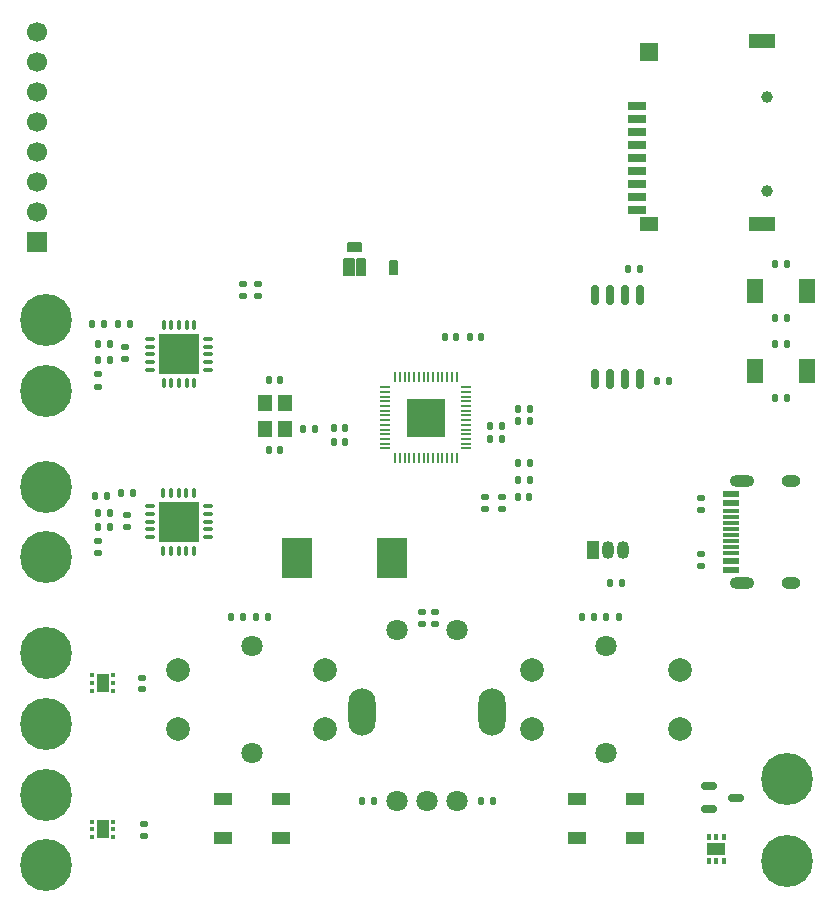
<source format=gbr>
%TF.GenerationSoftware,KiCad,Pcbnew,9.0.6*%
%TF.CreationDate,2026-01-04T04:22:01+01:00*%
%TF.ProjectId,MTR_Reflow_Oven,4d54525f-5265-4666-9c6f-775f4f76656e,rev?*%
%TF.SameCoordinates,Original*%
%TF.FileFunction,Soldermask,Top*%
%TF.FilePolarity,Negative*%
%FSLAX46Y46*%
G04 Gerber Fmt 4.6, Leading zero omitted, Abs format (unit mm)*
G04 Created by KiCad (PCBNEW 9.0.6) date 2026-01-04 04:22:01*
%MOMM*%
%LPD*%
G01*
G04 APERTURE LIST*
G04 Aperture macros list*
%AMRoundRect*
0 Rectangle with rounded corners*
0 $1 Rounding radius*
0 $2 $3 $4 $5 $6 $7 $8 $9 X,Y pos of 4 corners*
0 Add a 4 corners polygon primitive as box body*
4,1,4,$2,$3,$4,$5,$6,$7,$8,$9,$2,$3,0*
0 Add four circle primitives for the rounded corners*
1,1,$1+$1,$2,$3*
1,1,$1+$1,$4,$5*
1,1,$1+$1,$6,$7*
1,1,$1+$1,$8,$9*
0 Add four rect primitives between the rounded corners*
20,1,$1+$1,$2,$3,$4,$5,0*
20,1,$1+$1,$4,$5,$6,$7,0*
20,1,$1+$1,$6,$7,$8,$9,0*
20,1,$1+$1,$8,$9,$2,$3,0*%
G04 Aperture macros list end*
%ADD10C,0.200000*%
%ADD11R,1.350000X2.000000*%
%ADD12RoundRect,0.140000X-0.140000X-0.170000X0.140000X-0.170000X0.140000X0.170000X-0.140000X0.170000X0*%
%ADD13RoundRect,0.135000X-0.135000X-0.185000X0.135000X-0.185000X0.135000X0.185000X-0.135000X0.185000X0*%
%ADD14R,1.500000X1.000000*%
%ADD15C,4.400000*%
%ADD16R,1.450000X0.600000*%
%ADD17R,1.450000X0.300000*%
%ADD18O,2.100000X1.000000*%
%ADD19O,1.600000X1.000000*%
%ADD20RoundRect,0.135000X0.135000X0.185000X-0.135000X0.185000X-0.135000X-0.185000X0.135000X-0.185000X0*%
%ADD21RoundRect,0.135000X-0.185000X0.135000X-0.185000X-0.135000X0.185000X-0.135000X0.185000X0.135000X0*%
%ADD22RoundRect,0.140000X-0.170000X0.140000X-0.170000X-0.140000X0.170000X-0.140000X0.170000X0.140000X0*%
%ADD23RoundRect,0.140000X0.140000X0.170000X-0.140000X0.170000X-0.140000X-0.170000X0.140000X-0.170000X0*%
%ADD24O,2.300000X4.000000*%
%ADD25C,1.800000*%
%ADD26C,1.000000*%
%ADD27R,1.600000X0.700000*%
%ADD28R,1.500000X1.200000*%
%ADD29R,2.200000X1.200000*%
%ADD30R,1.500000X1.600000*%
%ADD31R,1.200000X1.400000*%
%ADD32RoundRect,0.093750X-0.093750X-0.106250X0.093750X-0.106250X0.093750X0.106250X-0.093750X0.106250X0*%
%ADD33R,1.000000X1.600000*%
%ADD34RoundRect,0.075000X-0.325000X-0.075000X0.325000X-0.075000X0.325000X0.075000X-0.325000X0.075000X0*%
%ADD35RoundRect,0.075000X-0.075000X-0.325000X0.075000X-0.325000X0.075000X0.325000X-0.075000X0.325000X0*%
%ADD36R,3.350000X3.350000*%
%ADD37RoundRect,0.150000X-0.512500X-0.150000X0.512500X-0.150000X0.512500X0.150000X-0.512500X0.150000X0*%
%ADD38R,1.050000X1.500000*%
%ADD39O,1.050000X1.500000*%
%ADD40RoundRect,0.135000X0.185000X-0.135000X0.185000X0.135000X-0.185000X0.135000X-0.185000X-0.135000X0*%
%ADD41C,2.000000*%
%ADD42RoundRect,0.050000X-0.050000X0.387500X-0.050000X-0.387500X0.050000X-0.387500X0.050000X0.387500X0*%
%ADD43RoundRect,0.050000X-0.387500X0.050000X-0.387500X-0.050000X0.387500X-0.050000X0.387500X0.050000X0*%
%ADD44R,3.200000X3.200000*%
%ADD45R,2.500000X3.500000*%
%ADD46RoundRect,0.162500X-0.162500X0.650000X-0.162500X-0.650000X0.162500X-0.650000X0.162500X0.650000X0*%
%ADD47R,1.700000X1.700000*%
%ADD48C,1.700000*%
%ADD49O,0.360000X0.610000*%
%ADD50R,1.600000X1.000000*%
G04 APERTURE END LIST*
D10*
X137100000Y-70375000D02*
X138250000Y-70375000D01*
X138250000Y-71025000D01*
X137100000Y-71025000D01*
X137100000Y-70375000D01*
G36*
X137100000Y-70375000D02*
G01*
X138250000Y-70375000D01*
X138250000Y-71025000D01*
X137100000Y-71025000D01*
X137100000Y-70375000D01*
G37*
X140625000Y-71825000D02*
X141275000Y-71825000D01*
X141275000Y-72975000D01*
X140625000Y-72975000D01*
X140625000Y-71825000D01*
G36*
X140625000Y-71825000D02*
G01*
X141275000Y-71825000D01*
X141275000Y-72975000D01*
X140625000Y-72975000D01*
X140625000Y-71825000D01*
G37*
X137850000Y-71700000D02*
X138575000Y-71700000D01*
X138575000Y-73075000D01*
X137850000Y-73075000D01*
X137850000Y-71700000D01*
G36*
X137850000Y-71700000D02*
G01*
X138575000Y-71700000D01*
X138575000Y-73075000D01*
X137850000Y-73075000D01*
X137850000Y-71700000D01*
G37*
X136775000Y-71700000D02*
X137600000Y-71700000D01*
X137600000Y-73050000D01*
X136775000Y-73050000D01*
X136775000Y-71700000D01*
G36*
X136775000Y-71700000D02*
G01*
X137600000Y-71700000D01*
X137600000Y-73050000D01*
X136775000Y-73050000D01*
X136775000Y-71700000D01*
G37*
D11*
%TO.C,SW1*%
X176000000Y-81200000D03*
X171600000Y-81200000D03*
%TD*%
D12*
%TO.C,C13*%
X151520000Y-90400000D03*
X152480000Y-90400000D03*
%TD*%
D13*
%TO.C,R25*%
X115417500Y-77180000D03*
X116437500Y-77180000D03*
%TD*%
D14*
%TO.C,LED2*%
X156525000Y-117400000D03*
X156525000Y-120700000D03*
X161425000Y-120700000D03*
X161425000Y-117400000D03*
%TD*%
D15*
%TO.C,H6*%
X111527500Y-111043333D03*
%TD*%
D16*
%TO.C,J2*%
X169555000Y-98050000D03*
X169555000Y-97250000D03*
D17*
X169555000Y-96050000D03*
X169555000Y-95050000D03*
X169555000Y-94550000D03*
X169555000Y-93550000D03*
D16*
X169555000Y-92350000D03*
X169555000Y-91550000D03*
X169555000Y-91550000D03*
X169555000Y-92350000D03*
D17*
X169555000Y-93050000D03*
X169555000Y-94050000D03*
X169555000Y-95550000D03*
X169555000Y-96550000D03*
D16*
X169555000Y-97250000D03*
X169555000Y-98050000D03*
D18*
X170470000Y-99120000D03*
D19*
X174650000Y-99120000D03*
D18*
X170470000Y-90480000D03*
D19*
X174650000Y-90480000D03*
%TD*%
D11*
%TO.C,SW2*%
X176000000Y-74400000D03*
X171600000Y-74400000D03*
%TD*%
D20*
%TO.C,R13*%
X160310000Y-99100000D03*
X159290000Y-99100000D03*
%TD*%
D21*
%TO.C,R15*%
X129500000Y-73790000D03*
X129500000Y-74810000D03*
%TD*%
%TO.C,R10*%
X143350000Y-101540000D03*
X143350000Y-102560000D03*
%TD*%
D13*
%TO.C,R16*%
X115917500Y-93186667D03*
X116937500Y-93186667D03*
%TD*%
D22*
%TO.C,C8*%
X150150000Y-91870000D03*
X150150000Y-92830000D03*
%TD*%
D12*
%TO.C,C14*%
X151540000Y-84400000D03*
X152500000Y-84400000D03*
%TD*%
D13*
%TO.C,R9*%
X138307500Y-117575000D03*
X139327500Y-117575000D03*
%TD*%
D15*
%TO.C,H9*%
X111527500Y-90986667D03*
%TD*%
D23*
%TO.C,C6*%
X136880000Y-86000000D03*
X135920000Y-86000000D03*
%TD*%
D22*
%TO.C,C24*%
X118227500Y-79180000D03*
X118227500Y-80140000D03*
%TD*%
D24*
%TO.C,SW3*%
X149325000Y-110075000D03*
X138325000Y-110075000D03*
D25*
X141285000Y-117575000D03*
X146365000Y-117575000D03*
X143825000Y-117575000D03*
X141285000Y-103075000D03*
X146365000Y-103075000D03*
%TD*%
D26*
%TO.C,Card1*%
X172600000Y-65950000D03*
X172600000Y-57950000D03*
D27*
X161600000Y-58760000D03*
X161600000Y-59850000D03*
X161600000Y-60950000D03*
X161600000Y-62050000D03*
X161600000Y-63150000D03*
X161600000Y-64250000D03*
X161600000Y-65350000D03*
X161600000Y-66450000D03*
X161600000Y-67550000D03*
D28*
X162600000Y-68750000D03*
D29*
X172200000Y-68750000D03*
X172200000Y-53250000D03*
D30*
X162600000Y-54150000D03*
%TD*%
D22*
%TO.C,C21*%
X119700000Y-107170000D03*
X119700000Y-108130000D03*
%TD*%
%TO.C,C12*%
X148690000Y-91870000D03*
X148690000Y-92830000D03*
%TD*%
D13*
%TO.C,R3*%
X149100000Y-86900000D03*
X150120000Y-86900000D03*
%TD*%
D12*
%TO.C,C9*%
X151500000Y-91860000D03*
X152460000Y-91860000D03*
%TD*%
D31*
%TO.C,Y1*%
X130065000Y-83915000D03*
X130065000Y-86115000D03*
X131765000Y-86115000D03*
X131765000Y-83915000D03*
%TD*%
D20*
%TO.C,R11*%
X130310000Y-102000000D03*
X129290000Y-102000000D03*
%TD*%
D12*
%TO.C,C10*%
X163300000Y-82000000D03*
X164260000Y-82000000D03*
%TD*%
D15*
%TO.C,H12*%
X111527500Y-82830000D03*
%TD*%
%TO.C,H7*%
X111550000Y-117075000D03*
%TD*%
D23*
%TO.C,C15*%
X146280000Y-78300000D03*
X145320000Y-78300000D03*
%TD*%
D13*
%TO.C,R17*%
X115917500Y-94386667D03*
X116937500Y-94386667D03*
%TD*%
%TO.C,R19*%
X115917500Y-78860000D03*
X116937500Y-78860000D03*
%TD*%
D32*
%TO.C,U7*%
X115440000Y-106943333D03*
X115440000Y-107593333D03*
X115440000Y-108243333D03*
X117215000Y-108243333D03*
X117215000Y-107593333D03*
X117215000Y-106943333D03*
D33*
X116327500Y-107593333D03*
%TD*%
D21*
%TO.C,R22*%
X115927500Y-95576667D03*
X115927500Y-96596667D03*
%TD*%
D13*
%TO.C,R24*%
X115717500Y-91786667D03*
X116737500Y-91786667D03*
%TD*%
D34*
%TO.C,U5*%
X120317500Y-92646667D03*
X120317500Y-93296667D03*
X120317500Y-93946667D03*
X120317500Y-94596667D03*
X120317500Y-95246667D03*
D35*
X121467500Y-96396667D03*
X122117500Y-96396667D03*
X122767500Y-96396667D03*
X123417500Y-96396667D03*
X124067500Y-96396667D03*
D34*
X125217500Y-95246667D03*
X125217500Y-94596667D03*
X125217500Y-93946667D03*
X125217500Y-93296667D03*
X125217500Y-92646667D03*
D35*
X124067500Y-91496667D03*
X123417500Y-91496667D03*
X122767500Y-91496667D03*
X122117500Y-91496667D03*
X121467500Y-91496667D03*
D36*
X122767500Y-93946667D03*
%TD*%
D13*
%TO.C,R6*%
X160790000Y-72500000D03*
X161810000Y-72500000D03*
%TD*%
D20*
%TO.C,C19*%
X128210000Y-102000000D03*
X127190000Y-102000000D03*
%TD*%
D15*
%TO.C,H5*%
X111527500Y-105093333D03*
%TD*%
D37*
%TO.C,Q1*%
X167662500Y-116350000D03*
X167662500Y-118250000D03*
X169937500Y-117300000D03*
%TD*%
D20*
%TO.C,R7*%
X149402500Y-117550000D03*
X148382500Y-117550000D03*
%TD*%
%TO.C,C4*%
X174310000Y-76700000D03*
X173290000Y-76700000D03*
%TD*%
D13*
%TO.C,R20*%
X115917500Y-80260000D03*
X116937500Y-80260000D03*
%TD*%
D38*
%TO.C,U4*%
X157830000Y-96360000D03*
D39*
X159100000Y-96360000D03*
X160370000Y-96360000D03*
%TD*%
D20*
%TO.C,C17*%
X157910000Y-102000000D03*
X156890000Y-102000000D03*
%TD*%
D40*
%TO.C,R26*%
X167000000Y-97710000D03*
X167000000Y-96690000D03*
%TD*%
D22*
%TO.C,C23*%
X118427500Y-93406667D03*
X118427500Y-94366667D03*
%TD*%
D25*
%TO.C,SW4*%
X158947500Y-104500000D03*
X158947500Y-113500000D03*
D41*
X165197500Y-111500000D03*
X152697500Y-111500000D03*
X165197500Y-106500000D03*
X152697500Y-106500000D03*
%TD*%
D20*
%TO.C,C3*%
X174310000Y-83500000D03*
X173290000Y-83500000D03*
%TD*%
D42*
%TO.C,U1*%
X146300000Y-81700000D03*
X145900000Y-81700000D03*
X145500000Y-81700000D03*
X145100000Y-81700000D03*
X144700000Y-81700000D03*
X144300000Y-81700000D03*
X143900000Y-81700000D03*
X143500000Y-81700000D03*
X143100000Y-81700000D03*
X142700000Y-81700000D03*
X142300000Y-81700000D03*
X141900000Y-81700000D03*
X141500000Y-81700000D03*
X141100000Y-81700000D03*
D43*
X140262500Y-82537500D03*
X140262500Y-82937500D03*
X140262500Y-83337500D03*
X140262500Y-83737500D03*
X140262500Y-84137500D03*
X140262500Y-84537500D03*
X140262500Y-84937500D03*
X140262500Y-85337500D03*
X140262500Y-85737500D03*
X140262500Y-86137500D03*
X140262500Y-86537500D03*
X140262500Y-86937500D03*
X140262500Y-87337500D03*
X140262500Y-87737500D03*
D42*
X141100000Y-88575000D03*
X141500000Y-88575000D03*
X141900000Y-88575000D03*
X142300000Y-88575000D03*
X142700000Y-88575000D03*
X143100000Y-88575000D03*
X143500000Y-88575000D03*
X143900000Y-88575000D03*
X144300000Y-88575000D03*
X144700000Y-88575000D03*
X145100000Y-88575000D03*
X145500000Y-88575000D03*
X145900000Y-88575000D03*
X146300000Y-88575000D03*
D43*
X147137500Y-87737500D03*
X147137500Y-87337500D03*
X147137500Y-86937500D03*
X147137500Y-86537500D03*
X147137500Y-86137500D03*
X147137500Y-85737500D03*
X147137500Y-85337500D03*
X147137500Y-84937500D03*
X147137500Y-84537500D03*
X147137500Y-84137500D03*
X147137500Y-83737500D03*
X147137500Y-83337500D03*
X147137500Y-82937500D03*
X147137500Y-82537500D03*
D44*
X143700000Y-85137500D03*
%TD*%
D23*
%TO.C,C2*%
X131380000Y-87900000D03*
X130420000Y-87900000D03*
%TD*%
D15*
%TO.C,H8*%
X111550000Y-123025000D03*
%TD*%
D32*
%TO.C,U8*%
X115462500Y-119325000D03*
X115462500Y-119975000D03*
X115462500Y-120625000D03*
X117237500Y-120625000D03*
X117237500Y-119975000D03*
X117237500Y-119325000D03*
D33*
X116350000Y-119975000D03*
%TD*%
D45*
%TO.C,BZ1*%
X132825000Y-97050000D03*
X140825000Y-97050000D03*
%TD*%
D46*
%TO.C,U2*%
X161805000Y-74712500D03*
X160535000Y-74712500D03*
X159265000Y-74712500D03*
X157995000Y-74712500D03*
X157995000Y-81887500D03*
X159265000Y-81887500D03*
X160535000Y-81887500D03*
X161805000Y-81887500D03*
%TD*%
D13*
%TO.C,R1*%
X133290000Y-86100000D03*
X134310000Y-86100000D03*
%TD*%
D12*
%TO.C,C11*%
X151520000Y-85400000D03*
X152480000Y-85400000D03*
%TD*%
D21*
%TO.C,R27*%
X167000000Y-91890000D03*
X167000000Y-92910000D03*
%TD*%
D15*
%TO.C,H10*%
X111527500Y-96936667D03*
%TD*%
D23*
%TO.C,C5*%
X136880000Y-87200000D03*
X135920000Y-87200000D03*
%TD*%
D13*
%TO.C,R2*%
X149090000Y-85800000D03*
X150110000Y-85800000D03*
%TD*%
D21*
%TO.C,R14*%
X128200000Y-73790000D03*
X128200000Y-74810000D03*
%TD*%
D25*
%TO.C,SW5*%
X128947500Y-104500000D03*
X128947500Y-113500000D03*
D41*
X135197500Y-111500000D03*
X122697500Y-111500000D03*
X135197500Y-106500000D03*
X122697500Y-106500000D03*
%TD*%
D21*
%TO.C,C18*%
X144450000Y-101540000D03*
X144450000Y-102560000D03*
%TD*%
D12*
%TO.C,C7*%
X151520000Y-89000000D03*
X152480000Y-89000000D03*
%TD*%
D20*
%TO.C,R4*%
X174310000Y-72100000D03*
X173290000Y-72100000D03*
%TD*%
D14*
%TO.C,LED1*%
X126525000Y-117400000D03*
X126525000Y-120700000D03*
X131425000Y-120700000D03*
X131425000Y-117400000D03*
%TD*%
D20*
%TO.C,R8*%
X160010000Y-102000000D03*
X158990000Y-102000000D03*
%TD*%
D15*
%TO.C,H2*%
X174300000Y-115700000D03*
%TD*%
D47*
%TO.C,J1*%
X110750000Y-70225000D03*
D48*
X110750000Y-67685000D03*
X110750000Y-65145000D03*
X110750000Y-62605000D03*
X110750000Y-60065000D03*
X110750000Y-57525000D03*
X110750000Y-54985000D03*
X110750000Y-52445000D03*
%TD*%
D15*
%TO.C,H11*%
X111527500Y-76880000D03*
%TD*%
D12*
%TO.C,C1*%
X130420000Y-81900000D03*
X131380000Y-81900000D03*
%TD*%
D13*
%TO.C,R18*%
X117917500Y-91486667D03*
X118937500Y-91486667D03*
%TD*%
D20*
%TO.C,R5*%
X174310000Y-78900000D03*
X173290000Y-78900000D03*
%TD*%
D21*
%TO.C,R23*%
X115927500Y-81470000D03*
X115927500Y-82490000D03*
%TD*%
D13*
%TO.C,R21*%
X117617500Y-77180000D03*
X118637500Y-77180000D03*
%TD*%
D49*
%TO.C,U3*%
X167650000Y-122685000D03*
X168300000Y-122685000D03*
X168950000Y-122685000D03*
X168950000Y-120625000D03*
X168300000Y-120625000D03*
X167650000Y-120625000D03*
D50*
X168300000Y-121655000D03*
%TD*%
D12*
%TO.C,C16*%
X147420000Y-78300000D03*
X148380000Y-78300000D03*
%TD*%
D22*
%TO.C,C22*%
X119822500Y-119545000D03*
X119822500Y-120505000D03*
%TD*%
D15*
%TO.C,H1*%
X174300000Y-122650000D03*
%TD*%
D34*
%TO.C,U6*%
X120337500Y-78460000D03*
X120337500Y-79110000D03*
X120337500Y-79760000D03*
X120337500Y-80410000D03*
X120337500Y-81060000D03*
D35*
X121487500Y-82210000D03*
X122137500Y-82210000D03*
X122787500Y-82210000D03*
X123437500Y-82210000D03*
X124087500Y-82210000D03*
D34*
X125237500Y-81060000D03*
X125237500Y-80410000D03*
X125237500Y-79760000D03*
X125237500Y-79110000D03*
X125237500Y-78460000D03*
D35*
X124087500Y-77310000D03*
X123437500Y-77310000D03*
X122787500Y-77310000D03*
X122137500Y-77310000D03*
X121487500Y-77310000D03*
D36*
X122787500Y-79760000D03*
%TD*%
M02*

</source>
